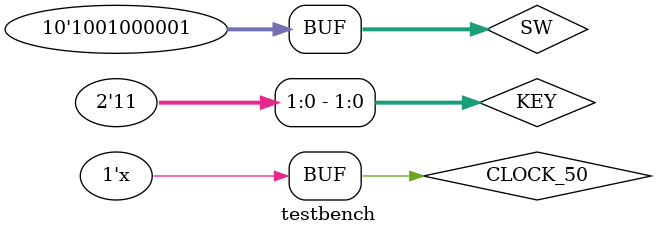
<source format=v>
`timescale 1ns / 1ps
`define MODELSIM
`define TESTA

module testbench ();
    reg   CLOCK_50; // 50 MHz Clock
    reg   [3:0] KEY; // DE1 Board Elements
    reg   [9:0] SW;
    wire  [6:0] HEX5, HEX4, HEX3, HEX2, HEX1, HEX0;
    wire  [9:0] LEDR;

    wire   FPGA_I2C_SDAT; // A/V Configuration Module required outputs
    wire  FPGA_I2C_SCLK;

    wire	AUD_ADCDAT; // Audio Controller Module required inputs/outputs
    wire	AUD_BCLK;
    wire	AUD_ADCLRCLK;
    wire	AUD_DACLRCLK;
    wire	AUD_XCK;
    wire	AUD_DACDAT;

    wire	PS2_CLK; // PS/2 Controller Module required inputs/outputs
    wire	PS2_DAT;

    initial begin CLOCK_50 <= 1'b0; end // Initialize the clock signal to 0

    always begin // Toggle the clock (50MHz)
        #10 CLOCK_50 <= ~CLOCK_50;
    end

    initial begin // Reset the circuit at the beginning
        KEY[0] <= 1'b0;
        KEY[1] <= 1'b1;
        #10 KEY[0] <= 1'b1;
    end

    initial begin // Main testbench actions
        `ifdef TESTA
            SW <= 10'b0000000000;
            SW[9] <= 1'b1; // Set enable to on
            #50000000 SW[0] <= 1'b1; // Set waveform to square
            SW[6] <= 1'b1;
        `endif 
        `ifndef TESTA
            SW <= 10'b0000000000;
            SW[9] <= 1'b1; // Set enable to on
            SW[0] <= 1'b1; // Set waveform to sqaure
            SW[1] <= 1'b1; // Set modulation on
            SW[2] <= 1'b1; // Set modulation speed to slow
            SW[3] <= 1'b0;
            SW[4] <= 1'b1; // Set modulation amplitude to high
            SW[5] <= 1'b1;
            #100000000 SW[2] <= 1'b0; // Switch modulation speed to very fast
            SW[3] <= 1'b1;
            SW[4] <= 1'b1; // Set modulation amplitude to low
            SW[5] <= 1'b0;
        `endif 
    end

    synth U1    (CLOCK_50, HEX0, HEX1, HEX2, HEX3, HEX4, HEX5, LEDR,
                SW, KEY, FPGA_I2C_SDAT, FPGA_I2C_SCLK, AUD_ADCDAT, AUD_BCLK, AUD_ADCLRCLK,
                AUD_DACLRCLK, AUD_XCK, AUD_DACDAT, PS2_CLK, PS2_DAT);
endmodule

</source>
